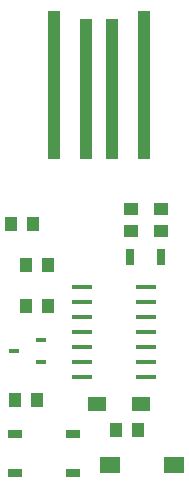
<source format=gbr>
G04 DipTrace 3.0.0.2*
G04 TopPaste.gbr*
%MOIN*%
G04 #@! TF.FileFunction,Paste,Top*
G04 #@! TF.Part,Single*
%ADD37R,0.031496X0.05315*%
%ADD39R,0.042126X0.492126*%
%ADD41R,0.042126X0.467126*%
%ADD43R,0.033465X0.017717*%
%ADD45R,0.070866X0.015748*%
%ADD47R,0.051181X0.031496*%
%ADD49R,0.070866X0.055118*%
%ADD53R,0.061024X0.051181*%
%ADD55R,0.051181X0.043307*%
%ADD57R,0.043307X0.051181*%
%FSLAX26Y26*%
G04*
G70*
G90*
G75*
G01*
G04 TopPaste*
%LPD*%
D57*
X531201Y706201D3*
X456398D3*
D55*
X843701Y1343701D3*
Y1268898D3*
X943701Y1343701D3*
Y1268898D3*
D57*
X518701Y1293701D3*
X443898D3*
X493701Y1018701D3*
X568504D3*
X493701Y1156201D3*
X568504D3*
D53*
X731201Y693701D3*
X878839D3*
D57*
X793701Y606201D3*
X868504D3*
D49*
X987500Y487500D3*
X774902D3*
D47*
X456201Y593701D3*
Y463780D3*
X649114D3*
Y593701D3*
D45*
X893701Y781201D3*
Y831201D3*
Y881201D3*
Y931201D3*
Y981201D3*
Y1031201D3*
Y1081201D3*
X681102D3*
Y1031201D3*
Y981201D3*
Y931201D3*
Y881201D3*
Y831201D3*
Y781201D3*
D43*
X543701Y831201D3*
Y906004D3*
X453150Y868602D3*
D41*
X779402Y1743701D3*
D39*
X587402Y1755701D3*
X887402D3*
D41*
X695402Y1743701D3*
D37*
X943701Y1181201D3*
X841339D3*
M02*

</source>
